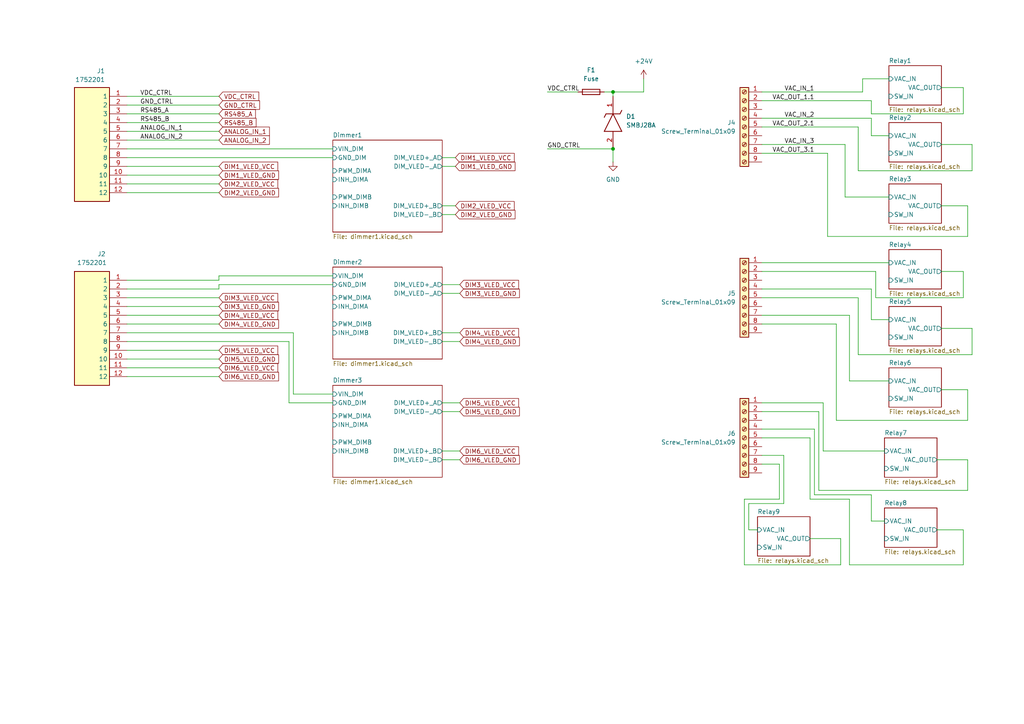
<source format=kicad_sch>
(kicad_sch (version 20250114) (generator "eeschema") (generator_version "9.0")
  (paper "A4")
  (lib_symbols
    (symbol "1752201:1752201"
      (property "Reference" "J" (at 16.51 7.62 0))
      (property "Value" "1752201" (at 16.51 5.08 0))
      (symbol "1752201_1_1"
        (rectangle (start 5.08 2.54) (end 15.24 -30.48) (stroke (width 0.254)) (fill (type background)))
        (pin passive line (at 0 0 0) (length 5.08) (name "1") (number "1"))
        (pin passive line (at 0 -2.54 0) (length 5.08) (name "2") (number "2"))
        (pin passive line (at 0 -5.08 0) (length 5.08) (name "3") (number "3"))
        (pin passive line (at 0 -7.62 0) (length 5.08) (name "4") (number "4"))
        (pin passive line (at 0 -10.16 0) (length 5.08) (name "5") (number "5"))
        (pin passive line (at 0 -12.7 0) (length 5.08) (name "6") (number "6"))
        (pin passive line (at 0 -15.24 0) (length 5.08) (name "7") (number "7"))
        (pin passive line (at 0 -17.78 0) (length 5.08) (name "8") (number "8"))
        (pin passive line (at 0 -20.32 0) (length 5.08) (name "9") (number "9"))
        (pin passive line (at 0 -22.86 0) (length 5.08) (name "10") (number "10"))
        (pin passive line (at 0 -25.4 0) (length 5.08) (name "11") (number "11"))
        (pin passive line (at 0 -27.94 0) (length 5.08) (name "12") (number "12"))
      )
    )
    (symbol "Connector:Screw_Terminal_01x09" (pin_names (offset 1.016) (hide yes))
      (property "Reference" "J" (at 0 12.7 0))
      (property "Value" "Screw_Terminal_01x09" (at 0 -12.7 0))
      (symbol "Screw_Terminal_01x09_1_1"
        (rectangle (start -1.27 11.43) (end 1.27 -11.43) (stroke (width 0.254)) (fill (type background)))
        (polyline (pts (xy -0.5334 10.4902) (xy 0.3302 9.652)) (stroke (width 0.1524)))
        (polyline (pts (xy -0.5334 7.9502) (xy 0.3302 7.112)) (stroke (width 0.1524)))
        (polyline (pts (xy -0.5334 5.4102) (xy 0.3302 4.572)) (stroke (width 0.1524)))
        (polyline (pts (xy -0.5334 2.8702) (xy 0.3302 2.032)) (stroke (width 0.1524)))
        (polyline (pts (xy -0.5334 0.3302) (xy 0.3302 -0.508)) (stroke (width 0.1524)))
        (polyline (pts (xy -0.5334 -2.2098) (xy 0.3302 -3.048)) (stroke (width 0.1524)))
        (polyline (pts (xy -0.5334 -4.7498) (xy 0.3302 -5.588)) (stroke (width 0.1524)))
        (polyline (pts (xy -0.5334 -7.2898) (xy 0.3302 -8.128)) (stroke (width 0.1524)))
        (polyline (pts (xy -0.5334 -9.8298) (xy 0.3302 -10.668)) (stroke (width 0.1524)))
        (polyline (pts (xy -0.3556 10.668) (xy 0.508 9.8298)) (stroke (width 0.1524)))
        (polyline (pts (xy -0.3556 8.128) (xy 0.508 7.2898)) (stroke (width 0.1524)))
        (polyline (pts (xy -0.3556 5.588) (xy 0.508 4.7498)) (stroke (width 0.1524)))
        (polyline (pts (xy -0.3556 3.048) (xy 0.508 2.2098)) (stroke (width 0.1524)))
        (polyline (pts (xy -0.3556 0.508) (xy 0.508 -0.3302)) (stroke (width 0.1524)))
        (polyline (pts (xy -0.3556 -2.032) (xy 0.508 -2.8702)) (stroke (width 0.1524)))
        (polyline (pts (xy -0.3556 -4.572) (xy 0.508 -5.4102)) (stroke (width 0.1524)))
        (polyline (pts (xy -0.3556 -7.112) (xy 0.508 -7.9502)) (stroke (width 0.1524)))
        (polyline (pts (xy -0.3556 -9.652) (xy 0.508 -10.4902)) (stroke (width 0.1524)))
        (circle (center 0 10.16) (radius 0.635) (stroke (width 0.1524)))
        (circle (center 0 7.62) (radius 0.635) (stroke (width 0.1524)))
        (circle (center 0 5.08) (radius 0.635) (stroke (width 0.1524)))
        (circle (center 0 2.54) (radius 0.635) (stroke (width 0.1524)))
        (circle (center 0 0) (radius 0.635) (stroke (width 0.1524)))
        (circle (center 0 -2.54) (radius 0.635) (stroke (width 0.1524)))
        (circle (center 0 -5.08) (radius 0.635) (stroke (width 0.1524)))
        (circle (center 0 -7.62) (radius 0.635) (stroke (width 0.1524)))
        (circle (center 0 -10.16) (radius 0.635) (stroke (width 0.1524)))
        (pin passive line (at -5.08 10.16 0) (length 3.81) (name "Pin_1") (number "1"))
        (pin passive line (at -5.08 7.62 0) (length 3.81) (name "Pin_2") (number "2"))
        (pin passive line (at -5.08 5.08 0) (length 3.81) (name "Pin_3") (number "3"))
        (pin passive line (at -5.08 2.54 0) (length 3.81) (name "Pin_4") (number "4"))
        (pin passive line (at -5.08 0 0) (length 3.81) (name "Pin_5") (number "5"))
        (pin passive line (at -5.08 -2.54 0) (length 3.81) (name "Pin_6") (number "6"))
        (pin passive line (at -5.08 -5.08 0) (length 3.81) (name "Pin_7") (number "7"))
        (pin passive line (at -5.08 -7.62 0) (length 3.81) (name "Pin_8") (number "8"))
        (pin passive line (at -5.08 -10.16 0) (length 3.81) (name "Pin_9") (number "9"))
      )
    )
    (symbol "Device:Fuse" (pin_numbers (hide yes)) (pin_names (offset 0))
      (property "Reference" "F" (at 2.032 0 90))
      (property "Value" "Fuse" (at -1.905 0 90))
      (symbol "Fuse_0_1"
        (rectangle (start -0.762 -2.54) (end 0.762 2.54) (stroke (width 0.254)))
        (polyline (pts (xy 0 2.54) (xy 0 -2.54)))
      )
      (symbol "Fuse_1_1"
        (pin passive line (at 0 3.81 270) (length 1.27) (name "~") (number "1"))
        (pin passive line (at 0 -3.81 90) (length 1.27) (name "~") (number "2"))
      )
    )
    (symbol "SMBJ28A:SMBJ28A" (pin_names (hide yes))
      (property "Reference" "D" (at 10.16 8.89 0))
      (property "Value" "SMBJ28A" (at 10.16 6.35 0))
      (symbol "SMBJ28A_1_1"
        (polyline (pts (xy 4.064 2.54) (xy 5.08 2.032)) (stroke (width 0.254)))
        (polyline (pts (xy 5.08 0) (xy 10.16 2.54)) (stroke (width 0.254)))
        (polyline (pts (xy 5.08 -2.032) (xy 5.08 2.032)) (stroke (width 0.254)))
        (polyline (pts (xy 5.08 -2.032) (xy 6.096 -2.54)) (stroke (width 0.254)))
        (polyline (pts (xy 10.16 -2.54) (xy 5.08 0)) (stroke (width 0.254)))
        (polyline (pts (xy 10.16 -2.54) (xy 10.16 2.54)) (stroke (width 0.254)))
        (pin passive line (at 0 0 0) (length 5.08) (name "K") (number "1"))
        (pin passive line (at 15.24 0 180) (length 5.08) (name "A") (number "2"))
      )
    )
    (symbol "power:+24V" (power) (pin_numbers (hide yes)) (pin_names (offset 0) (hide yes))
      (property "Value" "+24V" (at 0 3.556 0))
      (symbol "+24V_0_1"
        (polyline (pts (xy -0.762 1.27) (xy 0 2.54)))
        (polyline (pts (xy 0 2.54) (xy 0.762 1.27)))
        (polyline (pts (xy 0 0) (xy 0 2.54)))
      )
      (symbol "+24V_1_1"
        (pin power_in line (at 0 0 90) (length 0) (name "~") (number "1"))
      )
    )
    (symbol "power:GND" (power) (pin_numbers (hide yes)) (pin_names (offset 0) (hide yes))
      (property "Value" "GND" (at 0 -3.81 0))
      (symbol "GND_0_1"
        (polyline (pts (xy 0 0) (xy 0 -1.27) (xy 1.27 -1.27) (xy 0 -2.54) (xy -1.27 -1.27) (xy 0 -1.27)))
      )
      (symbol "GND_1_1"
        (pin power_in line (at 0 0 270) (length 0) (name "~") (number "1"))
      )
    )
  )
  (junction (at 177.8 26.67))
  (junction (at 177.8 43.18))
  (wire (pts (xy 83.82 116.84) (xy 96.52 116.84)))
  (wire (pts (xy 88.9 361.95) (xy 114.3 361.95)))
  (wire (pts (xy 88.9 364.49) (xy 114.3 364.49)))
  (wire (pts (xy 36.83 88.9) (xy 63.5 88.9)))
  (wire (pts (xy 238.76 116.84) (xy 238.76 130.81)))
  (wire (pts (xy 273.05 59.69) (xy 280.67 59.69)))
  (wire (pts (xy 88.9 379.73) (xy 114.3 379.73)))
  (wire (pts (xy 158.75 26.67) (xy 167.64 26.67)))
  (wire (pts (xy 279.4 33.02) (xy 252.73 33.02)))
  (wire (pts (xy 175.26 26.67) (xy 177.8 26.67)))
  (wire (pts (xy 280.67 142.24) (xy 237.49 142.24)))
  (wire (pts (xy 36.83 55.88) (xy 63.5 55.88)))
  (wire (pts (xy 36.83 33.02) (xy 63.5 33.02)))
  (wire (pts (xy 279.4 86.36) (xy 254 86.36)))
  (wire (pts (xy 252.73 92.71) (xy 252.73 83.82)))
  (wire (pts (xy 273.05 25.4) (xy 279.4 25.4)))
  (wire (pts (xy 220.98 29.21) (xy 252.73 29.21)))
  (wire (pts (xy 246.38 110.49) (xy 257.81 110.49)))
  (wire (pts (xy 128.27 130.81) (xy 133.35 130.81)))
  (wire (pts (xy 177.8 43.18) (xy 177.8 46.99)))
  (wire (pts (xy 252.73 92.71) (xy 257.81 92.71)))
  (wire (pts (xy 248.92 102.87) (xy 248.92 86.36)))
  (wire (pts (xy 128.27 45.72) (xy 132.08 45.72)))
  (wire (pts (xy 279.4 163.83) (xy 246.38 163.83)))
  (wire (pts (xy 252.73 143.51) (xy 252.73 151.13)))
  (wire (pts (xy 281.94 41.91) (xy 281.94 49.53)))
  (wire (pts (xy 128.27 99.06) (xy 133.35 99.06)))
  (wire (pts (xy 236.22 143.51) (xy 252.73 143.51)))
  (wire (pts (xy 128.27 85.09) (xy 133.35 85.09)))
  (wire (pts (xy 128.27 59.69) (xy 132.08 59.69)))
  (wire (pts (xy 227.33 132.08) (xy 227.33 146.05)))
  (wire (pts (xy 186.69 26.67) (xy 177.8 26.67)))
  (wire (pts (xy 186.69 22.86) (xy 186.69 26.67)))
  (wire (pts (xy 36.83 81.28) (xy 63.5 81.28)))
  (wire (pts (xy 88.9 367.03) (xy 114.3 367.03)))
  (wire (pts (xy 36.83 53.34) (xy 63.5 53.34)))
  (wire (pts (xy 36.83 109.22) (xy 63.5 109.22)))
  (wire (pts (xy 227.33 146.05) (xy 217.17 146.05)))
  (wire (pts (xy 88.9 356.87) (xy 114.3 356.87)))
  (wire (pts (xy 220.98 91.44) (xy 246.38 91.44)))
  (wire (pts (xy 36.83 83.82) (xy 63.5 83.82)))
  (wire (pts (xy 128.27 82.55) (xy 133.35 82.55)))
  (wire (pts (xy 254 86.36) (xy 254 78.74)))
  (wire (pts (xy 273.05 113.03) (xy 280.67 113.03)))
  (wire (pts (xy 88.9 374.65) (xy 114.3 374.65)))
  (wire (pts (xy 85.09 96.52) (xy 85.09 114.3)))
  (wire (pts (xy 250.19 22.86) (xy 257.81 22.86)))
  (wire (pts (xy 279.4 78.74) (xy 279.4 86.36)))
  (wire (pts (xy 128.27 133.35) (xy 133.35 133.35)))
  (wire (pts (xy 240.03 68.58) (xy 240.03 44.45)))
  (wire (pts (xy 273.05 78.74) (xy 279.4 78.74)))
  (wire (pts (xy 158.75 43.18) (xy 177.8 43.18)))
  (wire (pts (xy 36.83 93.98) (xy 63.5 93.98)))
  (wire (pts (xy 280.67 113.03) (xy 280.67 121.92)))
  (wire (pts (xy 36.83 30.48) (xy 63.5 30.48)))
  (wire (pts (xy 36.83 43.18) (xy 96.52 43.18)))
  (wire (pts (xy 217.17 153.67) (xy 219.71 153.67)))
  (wire (pts (xy 271.78 153.67) (xy 279.4 153.67)))
  (wire (pts (xy 36.83 99.06) (xy 83.82 99.06)))
  (wire (pts (xy 280.67 121.92) (xy 242.57 121.92)))
  (wire (pts (xy 36.83 91.44) (xy 63.5 91.44)))
  (wire (pts (xy 220.98 34.29) (xy 252.73 34.29)))
  (wire (pts (xy 234.95 127) (xy 220.98 127)))
  (wire (pts (xy 245.11 57.15) (xy 257.81 57.15)))
  (wire (pts (xy 220.98 124.46) (xy 236.22 124.46)))
  (wire (pts (xy 36.83 50.8) (xy 63.5 50.8)))
  (wire (pts (xy 234.95 144.78) (xy 234.95 127)))
  (wire (pts (xy 280.67 68.58) (xy 240.03 68.58)))
  (wire (pts (xy 243.84 156.21) (xy 243.84 163.83)))
  (wire (pts (xy 88.9 369.57) (xy 114.3 369.57)))
  (wire (pts (xy 220.98 116.84) (xy 238.76 116.84)))
  (wire (pts (xy 128.27 119.38) (xy 133.35 119.38)))
  (wire (pts (xy 36.83 104.14) (xy 63.5 104.14)))
  (wire (pts (xy 279.4 153.67) (xy 279.4 163.83)))
  (wire (pts (xy 220.98 86.36) (xy 248.92 86.36)))
  (wire (pts (xy 243.84 163.83) (xy 215.9 163.83)))
  (wire (pts (xy 36.83 86.36) (xy 63.5 86.36)))
  (wire (pts (xy 248.92 49.53) (xy 248.92 36.83)))
  (wire (pts (xy 240.03 44.45) (xy 220.98 44.45)))
  (wire (pts (xy 252.73 34.29) (xy 252.73 39.37)))
  (wire (pts (xy 281.94 102.87) (xy 248.92 102.87)))
  (wire (pts (xy 220.98 76.2) (xy 257.81 76.2)))
  (wire (pts (xy 273.05 95.25) (xy 281.94 95.25)))
  (wire (pts (xy 281.94 95.25) (xy 281.94 102.87)))
  (wire (pts (xy 36.83 45.72) (xy 96.52 45.72)))
  (wire (pts (xy 273.05 41.91) (xy 281.94 41.91)))
  (wire (pts (xy 128.27 48.26) (xy 132.08 48.26)))
  (wire (pts (xy 215.9 144.78) (xy 226.06 144.78)))
  (wire (pts (xy 96.52 80.01) (xy 63.5 80.01)))
  (wire (pts (xy 36.83 40.64) (xy 63.5 40.64)))
  (wire (pts (xy 36.83 35.56) (xy 63.5 35.56)))
  (wire (pts (xy 280.67 59.69) (xy 280.67 68.58)))
  (wire (pts (xy 252.73 39.37) (xy 257.81 39.37)))
  (wire (pts (xy 220.98 93.98) (xy 242.57 93.98)))
  (wire (pts (xy 246.38 144.78) (xy 234.95 144.78)))
  (wire (pts (xy 36.83 38.1) (xy 63.5 38.1)))
  (wire (pts (xy 281.94 49.53) (xy 248.92 49.53)))
  (wire (pts (xy 217.17 146.05) (xy 217.17 153.67)))
  (wire (pts (xy 252.73 33.02) (xy 252.73 29.21)))
  (wire (pts (xy 237.49 142.24) (xy 237.49 119.38)))
  (wire (pts (xy 88.9 351.79) (xy 114.3 351.79)))
  (wire (pts (xy 83.82 99.06) (xy 83.82 116.84)))
  (wire (pts (xy 220.98 134.62) (xy 226.06 134.62)))
  (wire (pts (xy 215.9 163.83) (xy 215.9 144.78)))
  (wire (pts (xy 220.98 78.74) (xy 254 78.74)))
  (wire (pts (xy 246.38 163.83) (xy 246.38 144.78)))
  (wire (pts (xy 245.11 41.91) (xy 245.11 57.15)))
  (wire (pts (xy 279.4 25.4) (xy 279.4 33.02)))
  (wire (pts (xy 177.8 26.67) (xy 177.8 27.94)))
  (wire (pts (xy 246.38 91.44) (xy 246.38 110.49)))
  (wire (pts (xy 36.83 27.94) (xy 63.5 27.94)))
  (wire (pts (xy 220.98 83.82) (xy 252.73 83.82)))
  (wire (pts (xy 85.09 114.3) (xy 96.52 114.3)))
  (wire (pts (xy 220.98 26.67) (xy 250.19 26.67)))
  (wire (pts (xy 236.22 124.46) (xy 236.22 143.51)))
  (wire (pts (xy 226.06 144.78) (xy 226.06 134.62)))
  (wire (pts (xy 237.49 119.38) (xy 220.98 119.38)))
  (wire (pts (xy 88.9 359.41) (xy 114.3 359.41)))
  (wire (pts (xy 271.78 133.35) (xy 280.67 133.35)))
  (wire (pts (xy 234.95 156.21) (xy 243.84 156.21)))
  (wire (pts (xy 220.98 132.08) (xy 227.33 132.08)))
  (wire (pts (xy 63.5 80.01) (xy 63.5 81.28)))
  (wire (pts (xy 280.67 133.35) (xy 280.67 142.24)))
  (wire (pts (xy 36.83 48.26) (xy 63.5 48.26)))
  (wire (pts (xy 63.5 82.55) (xy 63.5 83.82)))
  (wire (pts (xy 88.9 377.19) (xy 114.3 377.19)))
  (wire (pts (xy 252.73 151.13) (xy 256.54 151.13)))
  (wire (pts (xy 220.98 41.91) (xy 245.11 41.91)))
  (wire (pts (xy 128.27 116.84) (xy 133.35 116.84)))
  (wire (pts (xy 88.9 354.33) (xy 114.3 354.33)))
  (wire (pts (xy 36.83 96.52) (xy 85.09 96.52)))
  (wire (pts (xy 250.19 26.67) (xy 250.19 22.86)))
  (wire (pts (xy 220.98 36.83) (xy 248.92 36.83)))
  (wire (pts (xy 242.57 121.92) (xy 242.57 93.98)))
  (wire (pts (xy 36.83 101.6) (xy 63.5 101.6)))
  (wire (pts (xy 36.83 106.68) (xy 63.5 106.68)))
  (wire (pts (xy 128.27 62.23) (xy 132.08 62.23)))
  (wire (pts (xy 128.27 96.52) (xy 133.35 96.52)))
  (wire (pts (xy 96.52 82.55) (xy 63.5 82.55)))
  (wire (pts (xy 238.76 130.81) (xy 256.54 130.81)))
  (wire (pts (xy 88.9 372.11) (xy 114.3 372.11)))
  (label "GND_CTRL" (at 158.75 43.18 0))
  (label "VAC_IN_1" (at 236.22 26.67 180))
  (label "VAC_IN_3" (at 236.22 41.91 180))
  (label "VAC_OUT_1.1" (at 236.22 29.21 180))
  (label "VDC_CTRL" (at 158.75 26.67 0))
  (label "VDC_CTRL" (at 40.64 27.94 0))
  (label "VAC_OUT_2.1" (at 236.22 36.83 180))
  (label "VAC_IN_2" (at 236.22 34.29 180))
  (label "VAC_OUT_3.1" (at 236.22 44.45 180))
  (label "RS485_A" (at 40.64 33.02 0))
  (label "ANALOG_IN_1" (at 40.64 38.1 0))
  (label "GND_CTRL" (at 40.64 30.48 0))
  (label "RS485_B" (at 40.64 35.56 0))
  (label "ANALOG_IN_2" (at 40.64 40.64 0))
  (global_label "DIM7_VLED_GND" (shape input) (at 114.3 359.41 0) (property "Intersheetrefs" "${INTERSHEET_REFS}" (effects (hide yes))))
  (global_label "DIM10_VLED_GND" (shape input) (at 114.3 379.73 0) (property "Intersheetrefs" "${INTERSHEET_REFS}" (effects (hide yes))))
  (global_label "DIM3_VLED_VCC" (shape input) (at 63.5 86.36 0) (property "Intersheetrefs" "${INTERSHEET_REFS}" (effects (hide yes))))
  (global_label "RS485_A" (shape input) (at 63.5 33.02 0) (property "Intersheetrefs" "${INTERSHEET_REFS}" (effects (hide yes))))
  (global_label "DIM5_VLED_GND" (shape input) (at 133.35 119.38 0) (property "Intersheetrefs" "${INTERSHEET_REFS}" (effects (hide yes))))
  (global_label "GND_CTRL" (shape input) (at 63.5 30.48 0) (property "Intersheetrefs" "${INTERSHEET_REFS}" (effects (hide yes))))
  (global_label "ANALOG_IN_1" (shape input) (at 63.5 38.1 0) (property "Intersheetrefs" "${INTERSHEET_REFS}" (effects (hide yes))))
  (global_label "DIM9_VLED_VCC" (shape input) (at 114.3 372.11 0) (property "Intersheetrefs" "${INTERSHEET_REFS}" (effects (hide yes))))
  (global_label "GND_DIM5" (shape input) (at 114.3 369.57 0) (property "Intersheetrefs" "${INTERSHEET_REFS}" (effects (hide yes))))
  (global_label "DIM5_VLED_VCC" (shape input) (at 63.5 101.6 0) (property "Intersheetrefs" "${INTERSHEET_REFS}" (effects (hide yes))))
  (global_label "DIM1_VLED_VCC" (shape input) (at 132.08 45.72 0) (property "Intersheetrefs" "${INTERSHEET_REFS}" (effects (hide yes))))
  (global_label "DIM6_VLED_VCC" (shape input) (at 63.5 106.68 0) (property "Intersheetrefs" "${INTERSHEET_REFS}" (effects (hide yes))))
  (global_label "DIM6_VLED_GND" (shape input) (at 63.5 109.22 0) (property "Intersheetrefs" "${INTERSHEET_REFS}" (effects (hide yes))))
  (global_label "DIM3_VLED_GND" (shape input) (at 133.35 85.09 0) (property "Intersheetrefs" "${INTERSHEET_REFS}" (effects (hide yes))))
  (global_label "DIM4_VLED_VCC" (shape input) (at 133.35 96.52 0) (property "Intersheetrefs" "${INTERSHEET_REFS}" (effects (hide yes))))
  (global_label "DIM7_VLED_VCC" (shape input) (at 114.3 356.87 0) (property "Intersheetrefs" "${INTERSHEET_REFS}" (effects (hide yes))))
  (global_label "GND_DIM3" (shape input) (at 114.3 354.33 0) (property "Intersheetrefs" "${INTERSHEET_REFS}" (effects (hide yes))))
  (global_label "DIM1_VLED_GND" (shape input) (at 132.08 48.26 0) (property "Intersheetrefs" "${INTERSHEET_REFS}" (effects (hide yes))))
  (global_label "ANALOG_IN_2" (shape input) (at 63.5 40.64 0) (property "Intersheetrefs" "${INTERSHEET_REFS}" (effects (hide yes))))
  (global_label "RS485_B" (shape input) (at 63.5 35.56 0) (property "Intersheetrefs" "${INTERSHEET_REFS}" (effects (hide yes))))
  (global_label "DIM1_VLED_GND" (shape input) (at 63.5 50.8 0) (property "Intersheetrefs" "${INTERSHEET_REFS}" (effects (hide yes))))
  (global_label "DIM2_VLED_GND" (shape input) (at 63.5 55.88 0) (property "Intersheetrefs" "${INTERSHEET_REFS}" (effects (hide yes))))
  (global_label "VIN_DIM3" (shape input) (at 114.3 351.79 0) (property "Intersheetrefs" "${INTERSHEET_REFS}" (effects (hide yes))))
  (global_label "DIM4_VLED_GND" (shape input) (at 133.35 99.06 0) (property "Intersheetrefs" "${INTERSHEET_REFS}" (effects (hide yes))))
  (global_label "DIM2_VLED_VCC" (shape input) (at 132.08 59.69 0) (property "Intersheetrefs" "${INTERSHEET_REFS}" (effects (hide yes))))
  (global_label "DIM8_VLED_VCC" (shape input) (at 114.3 361.95 0) (property "Intersheetrefs" "${INTERSHEET_REFS}" (effects (hide yes))))
  (global_label "DIM5_VLED_GND" (shape input) (at 63.5 104.14 0) (property "Intersheetrefs" "${INTERSHEET_REFS}" (effects (hide yes))))
  (global_label "DIM2_VLED_VCC" (shape input) (at 63.5 53.34 0) (property "Intersheetrefs" "${INTERSHEET_REFS}" (effects (hide yes))))
  (global_label "VIN_DIM5" (shape input) (at 114.3 367.03 0) (property "Intersheetrefs" "${INTERSHEET_REFS}" (effects (hide yes))))
  (global_label "DIM6_VLED_VCC" (shape input) (at 133.35 130.81 0) (property "Intersheetrefs" "${INTERSHEET_REFS}" (effects (hide yes))))
  (global_label "DIM3_VLED_VCC" (shape input) (at 133.35 82.55 0) (property "Intersheetrefs" "${INTERSHEET_REFS}" (effects (hide yes))))
  (global_label "VDC_CTRL" (shape input) (at 63.5 27.94 0) (property "Intersheetrefs" "${INTERSHEET_REFS}" (effects (hide yes))))
  (global_label "DIM8_VLED_GND" (shape input) (at 114.3 364.49 0) (property "Intersheetrefs" "${INTERSHEET_REFS}" (effects (hide yes))))
  (global_label "DIM9_VLED_GND" (shape input) (at 114.3 374.65 0) (property "Intersheetrefs" "${INTERSHEET_REFS}" (effects (hide yes))))
  (global_label "DIM4_VLED_GND" (shape input) (at 63.5 93.98 0) (property "Intersheetrefs" "${INTERSHEET_REFS}" (effects (hide yes))))
  (global_label "DIM2_VLED_GND" (shape input) (at 132.08 62.23 0) (property "Intersheetrefs" "${INTERSHEET_REFS}" (effects (hide yes))))
  (global_label "DIM5_VLED_VCC" (shape input) (at 133.35 116.84 0) (property "Intersheetrefs" "${INTERSHEET_REFS}" (effects (hide yes))))
  (global_label "DIM10_VLED_VCC" (shape input) (at 114.3 377.19 0) (property "Intersheetrefs" "${INTERSHEET_REFS}" (effects (hide yes))))
  (global_label "DIM1_VLED_VCC" (shape input) (at 63.5 48.26 0) (property "Intersheetrefs" "${INTERSHEET_REFS}" (effects (hide yes))))
  (global_label "DIM3_VLED_GND" (shape input) (at 63.5 88.9 0) (property "Intersheetrefs" "${INTERSHEET_REFS}" (effects (hide yes))))
  (global_label "DIM6_VLED_GND" (shape input) (at 133.35 133.35 0) (property "Intersheetrefs" "${INTERSHEET_REFS}" (effects (hide yes))))
  (global_label "DIM4_VLED_VCC" (shape input) (at 63.5 91.44 0) (property "Intersheetrefs" "${INTERSHEET_REFS}" (effects (hide yes))))
  (symbol (lib_id "1752201:1752201") (at 36.83 27.94 0) (mirror y) (unit 1)
    (property "Reference" "J1" (at 30.48 20.574 0) (effects (justify left)))
    (property "Value" "1752201" (at 30.48 23.114 0) (effects (justify left)))
    (property "Footprint" "TerminalBlock_Phoenix:1752201" (effects (hide yes)))
    (property "Datasheet" "https://datasheet.datasheetarchive.com/originals/distributors/DKDS-31/613023.pdf" (effects (hide yes)))
    (property "Description" "PCB Terminal Block 1752201" (effects (hide yes)))
    (property "Height" "12.55" (effects (hide yes)))
    (property "Mouser Part Number" "651-1752201" (effects (hide yes)))
    (property "Mouser Price/Stock" "https://www.mouser.co.uk/ProductDetail/Phoenix-Contact/1752201?qs=Fz3yxlUjJZGkBSHClOzTtg%3D%3D" (effects (hide yes)))
    (property "Manufacturer_Name" "Phoenix Contact" (effects (hide yes)))
    (property "Manufacturer_Part_Number" "1752201" (effects (hide yes)))
  )
  (symbol (lib_id "1752201:1752201") (at 88.9 351.79 0) (mirror y) (unit 1)
    (property "Reference" "J3" (at 81.788 343.916 0))
    (property "Value" "1752201" (at 78.74 346.71 0))
    (property "Footprint" "TerminalBlock_Phoenix:1752201" (effects (hide yes)))
    (property "Datasheet" "https://datasheet.datasheetarchive.com/originals/distributors/DKDS-31/613023.pdf" (effects (hide yes)))
    (property "Description" "PCB Terminal Block 1752201" (effects (hide yes)))
    (property "Height" "12.55" (effects (hide yes)))
    (property "Mouser Part Number" "651-1752201" (effects (hide yes)))
    (property "Mouser Price/Stock" "https://www.mouser.co.uk/ProductDetail/Phoenix-Contact/1752201?qs=Fz3yxlUjJZGkBSHClOzTtg%3D%3D" (effects (hide yes)))
    (property "Manufacturer_Name" "Phoenix Contact" (effects (hide yes)))
    (property "Manufacturer_Part_Number" "1752201" (effects (hide yes)))
  )
  (symbol (lib_id "Connector:Screw_Terminal_01x09") (at 215.9 86.36 0) (mirror y) (unit 1)
    (property "Reference" "J5" (at 213.36 85.0899 0) (effects (justify left)))
    (property "Value" "Screw_Terminal_01x09" (at 213.36 87.6299 0) (effects (justify left)))
    (property "Footprint" "TerminalBlock_TE-Connectivity:TerminalBlock_TE_282836-9_1x09_P5mm_Horizontal" (effects (hide yes)))
    (property "Description" "Generic screw terminal, single row, 01x09, script generated (kicad-library-utils/schlib/autogen/connector/)" (effects (hide yes)))
  )
  (symbol (lib_id "Device:Fuse") (at 171.45 26.67 90) (unit 1)
    (property "Reference" "F1" (at 171.45 20.32 90))
    (property "Value" "Fuse" (at 171.45 22.86 90))
    (property "Footprint" "Fuse:Fuse_0603_1608Metric" (effects (hide yes)))
    (property "Description" "Fuse" (effects (hide yes)))
  )
  (symbol (lib_id "Connector:Screw_Terminal_01x09") (at 215.9 36.83 0) (mirror y) (unit 1)
    (property "Reference" "J4" (at 213.36 35.5599 0) (effects (justify left)))
    (property "Value" "Screw_Terminal_01x09" (at 213.36 38.0999 0) (effects (justify left)))
    (property "Footprint" "TerminalBlock_TE-Connectivity:TerminalBlock_TE_282836-9_1x09_P5mm_Horizontal" (effects (hide yes)))
    (property "Description" "Generic screw terminal, single row, 01x09, script generated (kicad-library-utils/schlib/autogen/connector/)" (effects (hide yes)))
  )
  (symbol (lib_id "power:+24V") (at 186.69 22.86 0) (unit 1)
    (property "Reference" "#PWR026" (effects (hide yes)))
    (property "Value" "+24V" (at 186.69 17.78 0))
    (property "Description" "Power symbol creates a global label with name \"+24V\"" (effects (hide yes)))
  )
  (symbol (lib_id "1752201:1752201") (at 36.83 81.28 0) (mirror y) (unit 1)
    (property "Reference" "J2" (at 29.464 73.66 0))
    (property "Value" "1752201" (at 26.67 76.2 0))
    (property "Footprint" "TerminalBlock_Phoenix:1752201" (effects (hide yes)))
    (property "Datasheet" "https://datasheet.datasheetarchive.com/originals/distributors/DKDS-31/613023.pdf" (effects (hide yes)))
    (property "Description" "PCB Terminal Block 1752201" (effects (hide yes)))
    (property "Height" "12.55" (effects (hide yes)))
    (property "Mouser Part Number" "651-1752201" (effects (hide yes)))
    (property "Mouser Price/Stock" "https://www.mouser.co.uk/ProductDetail/Phoenix-Contact/1752201?qs=Fz3yxlUjJZGkBSHClOzTtg%3D%3D" (effects (hide yes)))
    (property "Manufacturer_Name" "Phoenix Contact" (effects (hide yes)))
    (property "Manufacturer_Part_Number" "1752201" (effects (hide yes)))
  )
  (symbol (lib_id "Connector:Screw_Terminal_01x09") (at 215.9 127 0) (mirror y) (unit 1)
    (property "Reference" "J6" (at 213.36 125.7299 0) (effects (justify left)))
    (property "Value" "Screw_Terminal_01x09" (at 213.36 128.2699 0) (effects (justify left)))
    (property "Footprint" "TerminalBlock_TE-Connectivity:TerminalBlock_TE_282836-9_1x09_P5mm_Horizontal" (effects (hide yes)))
    (property "Description" "Generic screw terminal, single row, 01x09, script generated (kicad-library-utils/schlib/autogen/connector/)" (effects (hide yes)))
  )
  (symbol (lib_id "power:GND") (at 177.8 46.99 0) (unit 1)
    (property "Reference" "#PWR025" (effects (hide yes)))
    (property "Value" "GND" (at 177.8 52.07 0))
    (property "Description" "Power symbol creates a global label with name \"GND\" , ground" (effects (hide yes)))
  )
  (symbol (lib_id "SMBJ28A:SMBJ28A") (at 177.8 27.94 270) (unit 1)
    (property "Reference" "D1" (at 181.61 33.7819 90) (effects (justify left)))
    (property "Value" "SMBJ28A" (at 181.61 36.3219 90) (effects (justify left)))
    (property "Footprint" "TVS_Diodes:DIOM5436X244N" (effects (hide yes)))
    (property "Datasheet" "https://bourns.com/docs/product-datasheets/smbj-q.pdf?sfvrsn=4d5977f6_16" (effects (hide yes)))
    (property "Description" "45.4V Clamp 13.3A Ipp Tvs Diode Surface Mount DO-214AA (SMBJ)" (effects (hide yes)))
    (property "Height" "2.44" (effects (hide yes)))
    (property "Mouser Part Number" "652-SMBJ28A" (effects (hide yes)))
    (property "Mouser Price/Stock" "https://www.mouser.co.uk/ProductDetail/Bourns/SMBJ28A?qs=%252Bf8Cd6aE5byCKqo1d8aI3w%3D%3D" (effects (hide yes)))
    (property "Manufacturer_Name" "Bourns" (effects (hide yes)))
    (property "Manufacturer_Part_Number" "SMBJ28A" (effects (hide yes)))
  )
  (sheet (at 96.52 77.47) (size 31.75 26.67) (stroke (width 0.1524))
    (property "Sheetname" "Dimmer2" (at 96.52 76.7584 0) (effects (justify left bottom)))
    (property "Sheetfile" "dimmer1.kicad_sch" (at 96.52 104.7246 0) (effects (justify left top)))
    (pin "DIM_VLED+_A" output (at 128.27 82.55 0))
    (pin "DIM_VLED+_B" output (at 128.27 96.52 0))
    (pin "DIM_VLED-_A" output (at 128.27 85.09 0))
    (pin "DIM_VLED-_B" output (at 128.27 99.06 0))
    (pin "GND_DIM" input (at 96.52 82.55 180))
    (pin "INH_DIMA" input (at 96.52 88.9 180))
    (pin "INH_DIMB" input (at 96.52 96.52 180))
    (pin "PWM_DIMA" input (at 96.52 86.36 180))
    (pin "PWM_DIMB" input (at 96.52 93.98 180))
    (pin "VIN_DIM" input (at 96.52 80.01 180))
  )
  (sheet (at 257.81 106.68) (size 15.24 11.43) (stroke (width 0.1524))
    (property "Sheetname" "Relay6" (at 257.81 105.9684 0) (effects (justify left bottom)))
    (property "Sheetfile" "relays.kicad_sch" (at 257.81 118.6946 0) (effects (justify left top)))
    (pin "SW_IN" input (at 257.81 115.57 180))
    (pin "VAC_IN" input (at 257.81 110.49 180))
    (pin "VAC_OUT" output (at 273.05 113.03 0))
  )
  (sheet (at 30.48 250.19) (size 15.24 12.7) (stroke (width 0.1524))
    (property "Sheetname" "RS485" (at 30.48 249.4784 0) (effects (justify left bottom)))
    (property "Sheetfile" "relaysJ6.kicad_sch" (at 30.48 263.4746 0) (effects (justify left top)))
  )
  (sheet (at 257.81 72.39) (size 15.24 11.43) (stroke (width 0.1524))
    (property "Sheetname" "Relay4" (at 257.81 71.6784 0) (effects (justify left bottom)))
    (property "Sheetfile" "relays.kicad_sch" (at 257.81 84.4046 0) (effects (justify left top)))
    (pin "SW_IN" input (at 257.81 81.28 180))
    (pin "VAC_IN" input (at 257.81 76.2 180))
    (pin "VAC_OUT" output (at 273.05 78.74 0))
  )
  (sheet (at 257.81 53.34) (size 15.24 11.43) (stroke (width 0.1524))
    (property "Sheetname" "Relay3" (at 257.81 52.6284 0) (effects (justify left bottom)))
    (property "Sheetfile" "relays.kicad_sch" (at 257.81 65.3546 0) (effects (justify left top)))
    (pin "SW_IN" input (at 257.81 62.23 180))
    (pin "VAC_IN" input (at 257.81 57.15 180))
    (pin "VAC_OUT" output (at 273.05 59.69 0))
  )
  (sheet (at 96.52 40.64) (size 31.75 26.67) (stroke (width 0.1524))
    (property "Sheetname" "Dimmer1" (at 96.52 39.9284 0) (effects (justify left bottom)))
    (property "Sheetfile" "dimmer1.kicad_sch" (at 96.52 67.8946 0) (effects (justify left top)))
    (pin "DIM_VLED+_A" output (at 128.27 45.72 0))
    (pin "DIM_VLED+_B" output (at 128.27 59.69 0))
    (pin "DIM_VLED-_A" output (at 128.27 48.26 0))
    (pin "DIM_VLED-_B" output (at 128.27 62.23 0))
    (pin "GND_DIM" input (at 96.52 45.72 180))
    (pin "INH_DIMA" input (at 96.52 52.07 180))
    (pin "INH_DIMB" input (at 96.52 59.69 180))
    (pin "PWM_DIMA" input (at 96.52 49.53 180))
    (pin "PWM_DIMB" input (at 96.52 57.15 180))
    (pin "VIN_DIM" input (at 96.52 43.18 180))
  )
  (sheet (at 304.8 10.16) (size 16.51 12.7) (stroke (width 0.1524))
    (property "Sheetname" "Terminal Blocks" (at 304.8 9.4484 0) (effects (justify left bottom)))
    (property "Sheetfile" "untitled.kicad_sch" (at 304.8 23.4446 0) (effects (justify left top)))
  )
  (sheet (at 257.81 35.56) (size 15.24 11.43) (stroke (width 0.1524))
    (property "Sheetname" "Relay2" (at 257.81 34.8484 0) (effects (justify left bottom)))
    (property "Sheetfile" "relays.kicad_sch" (at 257.81 47.5746 0) (effects (justify left top)))
    (pin "SW_IN" input (at 257.81 44.45 180))
    (pin "VAC_IN" input (at 257.81 39.37 180))
    (pin "VAC_OUT" output (at 273.05 41.91 0))
  )
  (sheet (at 96.52 111.76) (size 31.75 26.67) (stroke (width 0.1524))
    (property "Sheetname" "Dimmer3" (at 96.52 111.0484 0) (effects (justify left bottom)))
    (property "Sheetfile" "dimmer1.kicad_sch" (at 96.52 139.0146 0) (effects (justify left top)))
    (pin "DIM_VLED+_A" output (at 128.27 116.84 0))
    (pin "DIM_VLED+_B" output (at 128.27 130.81 0))
    (pin "DIM_VLED-_A" output (at 128.27 119.38 0))
    (pin "DIM_VLED-_B" output (at 128.27 133.35 0))
    (pin "GND_DIM" input (at 96.52 116.84 180))
    (pin "INH_DIMA" input (at 96.52 123.19 180))
    (pin "INH_DIMB" input (at 96.52 130.81 180))
    (pin "PWM_DIMA" input (at 96.52 120.65 180))
    (pin "PWM_DIMB" input (at 96.52 128.27 180))
    (pin "VIN_DIM" input (at 96.52 114.3 180))
  )
  (sheet (at 257.81 88.9) (size 15.24 11.43) (stroke (width 0.1524))
    (property "Sheetname" "Relay5" (at 257.81 88.1884 0) (effects (justify left bottom)))
    (property "Sheetfile" "relays.kicad_sch" (at 257.81 100.9146 0) (effects (justify left top)))
    (pin "SW_IN" input (at 257.81 97.79 180))
    (pin "VAC_IN" input (at 257.81 92.71 180))
    (pin "VAC_OUT" output (at 273.05 95.25 0))
  )
  (sheet (at 219.71 149.86) (size 15.24 11.43) (stroke (width 0.1524))
    (property "Sheetname" "Relay9" (at 219.71 149.1484 0) (effects (justify left bottom)))
    (property "Sheetfile" "relays.kicad_sch" (at 219.71 161.8746 0) (effects (justify left top)))
    (pin "SW_IN" input (at 219.71 158.75 180))
    (pin "VAC_IN" input (at 219.71 153.67 180))
    (pin "VAC_OUT" output (at 234.95 156.21 0))
  )
  (sheet (at 30.48 233.68) (size 15.24 10.16) (stroke (width 0.1524))
    (property "Sheetname" "RelaysJ5" (at 30.48 232.9684 0) (effects (justify left bottom)))
    (property "Sheetfile" "relaysJ5.kicad_sch" (at 30.48 244.4246 0) (effects (justify left top)))
  )
  (sheet (at 256.54 127) (size 15.24 11.43) (stroke (width 0.1524))
    (property "Sheetname" "Relay7" (at 256.54 126.2884 0) (effects (justify left bottom)))
    (property "Sheetfile" "relays.kicad_sch" (at 256.54 139.0146 0) (effects (justify left top)))
    (pin "SW_IN" input (at 256.54 135.89 180))
    (pin "VAC_IN" input (at 256.54 130.81 180))
    (pin "VAC_OUT" output (at 271.78 133.35 0))
  )
  (sheet (at 29.21 292.1) (size 22.86 19.05) (stroke (width 0.1524))
    (property "Sheetname" "MCU_VoltageRegulator" (at 29.21 291.3884 0) (effects (justify left bottom)))
    (property "Sheetfile" "VoltageRegulator.kicad_sch" (at 29.21 311.7346 0) (effects (justify left top)))
  )
  (sheet (at 257.81 19.05) (size 15.24 11.43) (stroke (width 0.1524))
    (property "Sheetname" "Relay1" (at 257.81 18.3384 0) (effects (justify left bottom)))
    (property "Sheetfile" "relays.kicad_sch" (at 257.81 31.0646 0) (effects (justify left top)))
    (pin "SW_IN" input (at 257.81 27.94 180))
    (pin "VAC_IN" input (at 257.81 22.86 180))
    (pin "VAC_OUT" output (at 273.05 25.4 0))
  )
  (sheet (at 256.54 147.32) (size 15.24 11.43) (stroke (width 0.1524))
    (property "Sheetname" "Relay8" (at 256.54 146.6084 0) (effects (justify left bottom)))
    (property "Sheetfile" "relays.kicad_sch" (at 256.54 159.3346 0) (effects (justify left top)))
    (pin "SW_IN" input (at 256.54 156.21 180))
    (pin "VAC_IN" input (at 256.54 151.13 180))
    (pin "VAC_OUT" output (at 271.78 153.67 0))
  )
  (sheet (at 30.48 219.71) (size 12.7 7.62) (stroke (width 0.1524))
    (property "Sheetname" "FRDM-MCXN947" (at 30.48 218.9984 0) (effects (justify left bottom)))
    (property "Sheetfile" "FRDM-MCXN947.kicad_sch" (at 30.48 227.9146 0) (effects (justify left top)))
  )
)
</source>
